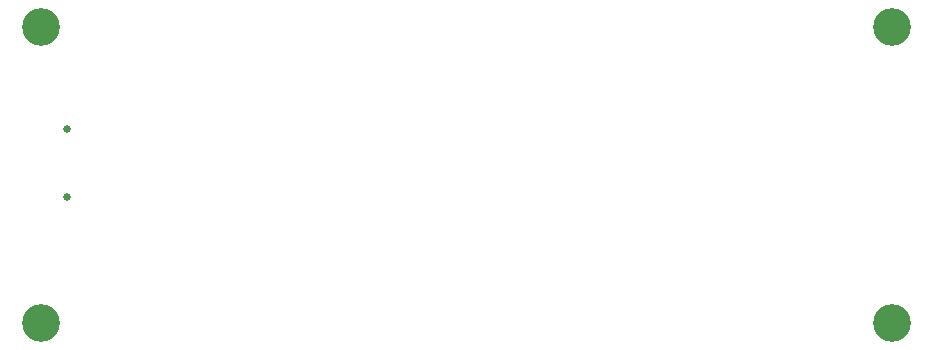
<source format=gbr>
%TF.GenerationSoftware,KiCad,Pcbnew,7.0.1*%
%TF.CreationDate,2023-03-22T01:49:55-05:00*%
%TF.ProjectId,V0_Display,56305f44-6973-4706-9c61-792e6b696361,rev?*%
%TF.SameCoordinates,Original*%
%TF.FileFunction,NonPlated,1,2,NPTH,Drill*%
%TF.FilePolarity,Positive*%
%FSLAX46Y46*%
G04 Gerber Fmt 4.6, Leading zero omitted, Abs format (unit mm)*
G04 Created by KiCad (PCBNEW 7.0.1) date 2023-03-22 01:49:55*
%MOMM*%
%LPD*%
G01*
G04 APERTURE LIST*
%TA.AperFunction,ComponentDrill*%
%ADD10C,0.650000*%
%TD*%
%TA.AperFunction,ComponentDrill*%
%ADD11C,3.200000*%
%TD*%
G04 APERTURE END LIST*
D10*
%TO.C,J4*%
X91399000Y-64260000D03*
X91399000Y-70040000D03*
D11*
%TO.C,H1*%
X89170000Y-55650000D03*
%TO.C,H4*%
X89170000Y-80650000D03*
%TO.C,H3*%
X161170000Y-55650000D03*
%TO.C,H2*%
X161170000Y-80650000D03*
M02*

</source>
